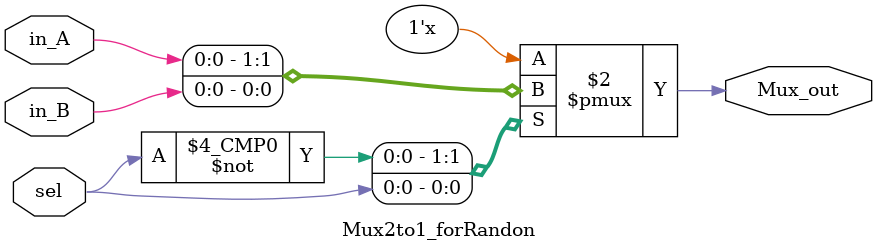
<source format=v>
`timescale 1ns / 1ps


module Mux2to1_forRandon(
    input  in_A,
    input  in_B,
    input  sel,
    output Mux_out
    );

reg  Mux_out;

always @(in_A or in_B or sel)begin
		case(sel)
			1'b0 : Mux_out = in_A;
			1'b1 : Mux_out = in_B;
			default : Mux_out = in_A;
		endcase
end    
    
endmodule

</source>
